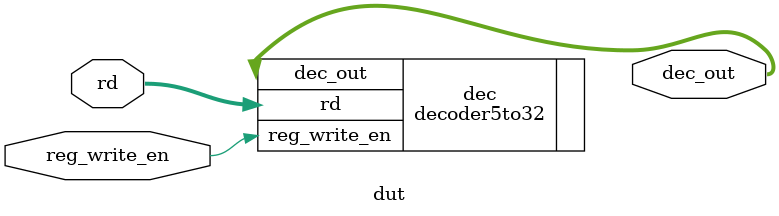
<source format=v>
`timescale 1ns/1ps
module dut (
    input wire [4:0] rd,
    input wire reg_write_en,
    output wire [31:0] dec_out
);
    decoder5to32 dec (
        .rd(rd),
        .reg_write_en(reg_write_en),
        .dec_out(dec_out)
    );
    
endmodule
</source>
